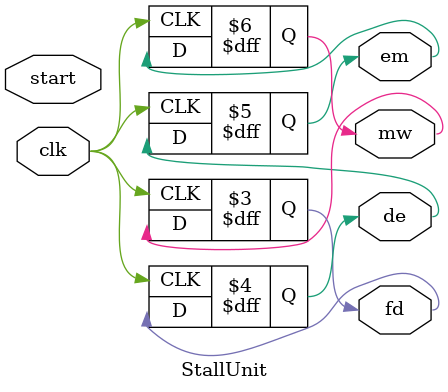
<source format=v>
module StallUnit (
        input wire clk,
        input wire start,

        output reg fd,
        output reg de,
        output reg em,
        output reg mw
    );

    initial begin
        fd <= 1;
        de <= 0;
        em <= 0;
        mw <= 0;
    end

    always @(posedge clk) begin
        fd <= mw;
        de <= fd;
        em <= de;
        mw <= em;
    end

endmodule

</source>
